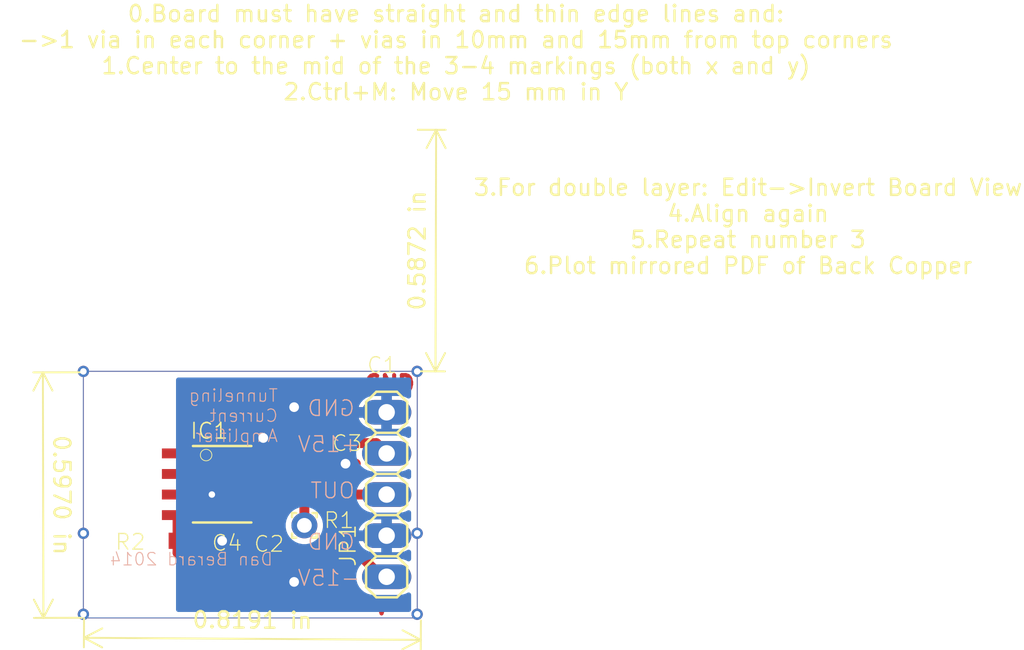
<source format=kicad_pcb>
(kicad_pcb (version 20171130) (host pcbnew "(5.1.5)-3")

  (general
    (thickness 1.6)
    (drawings 23)
    (tracks 53)
    (zones 0)
    (modules 11)
    (nets 7)
  )

  (page A4 portrait)
  (layers
    (0 Top signal)
    (31 Bottom signal)
    (32 B.Adhes user)
    (33 F.Adhes user)
    (34 B.Paste user)
    (35 F.Paste user)
    (36 B.SilkS user)
    (37 F.SilkS user)
    (38 B.Mask user)
    (39 F.Mask user)
    (40 Dwgs.User user)
    (41 Cmts.User user)
    (42 Eco1.User user)
    (43 Eco2.User user)
    (44 Edge.Cuts user)
    (45 Margin user)
    (46 B.CrtYd user)
    (47 F.CrtYd user)
    (48 B.Fab user)
    (49 F.Fab user)
  )

  (setup
    (last_trace_width 0.25)
    (user_trace_width 0.6096)
    (user_trace_width 0.9144)
    (user_trace_width 1.2192)
    (user_trace_width 1.6002)
    (user_trace_width 2.032)
    (trace_clearance 0.2)
    (zone_clearance 0.35)
    (zone_45_only no)
    (trace_min 0.2)
    (via_size 0.8)
    (via_drill 0.4)
    (via_min_size 0.4)
    (via_min_drill 0.3)
    (user_via 0.7 0.4)
    (user_via 1 0.6)
    (user_via 2 0.7)
    (uvia_size 0.3)
    (uvia_drill 0.1)
    (uvias_allowed no)
    (uvia_min_size 0.2)
    (uvia_min_drill 0.1)
    (edge_width 0.05)
    (segment_width 0.2)
    (pcb_text_width 0.3)
    (pcb_text_size 1.5 1.5)
    (mod_edge_width 0.12)
    (mod_text_size 1 1)
    (mod_text_width 0.15)
    (pad_size 1.524 1.524)
    (pad_drill 0.762)
    (pad_to_mask_clearance 0.051)
    (solder_mask_min_width 0.25)
    (aux_axis_origin 0 0)
    (visible_elements 7FFFFFFF)
    (pcbplotparams
      (layerselection 0x00080_7ffffffe)
      (usegerberextensions false)
      (usegerberattributes false)
      (usegerberadvancedattributes false)
      (creategerberjobfile false)
      (excludeedgelayer true)
      (linewidth 0.100000)
      (plotframeref false)
      (viasonmask true)
      (mode 1)
      (useauxorigin false)
      (hpglpennumber 1)
      (hpglpenspeed 20)
      (hpglpendiameter 15.000000)
      (psnegative false)
      (psa4output false)
      (plotreference true)
      (plotvalue true)
      (plotinvisibletext false)
      (padsonsilk false)
      (subtractmaskfromsilk false)
      (outputformat 4)
      (mirror false)
      (drillshape 0)
      (scaleselection 1)
      (outputdirectory "out/"))
  )

  (net 0 "")
  (net 1 +9V)
  (net 2 -9V)
  (net 3 GND)
  (net 4 "Net-(JP1-Pad3)")
  (net 5 "Net-(IC1-Pad6)")
  (net 6 "Net-(IC1-Pad2)")

  (net_class Default "Esta é a classe de rede padrão."
    (clearance 0.2)
    (trace_width 0.25)
    (via_dia 0.8)
    (via_drill 0.4)
    (uvia_dia 0.3)
    (uvia_drill 0.1)
    (add_net +9V)
    (add_net -9V)
    (add_net GND)
    (add_net "Net-(IC1-Pad2)")
    (add_net "Net-(IC1-Pad6)")
    (add_net "Net-(JP1-Pad3)")
  )

  (module "" (layer Top) (tedit 0) (tstamp 5E91E234)
    (at 141.92748 34.60888)
    (fp_text reference @HOLE0 (at 0 0) (layer F.SilkS) hide
      (effects (font (size 1.27 1.27) (thickness 0.15)))
    )
    (fp_text value "" (at 0 0) (layer F.SilkS)
      (effects (font (size 1.27 1.27) (thickness 0.15)))
    )
    (pad "" np_thru_hole circle (at 0 0) (size 2.1082 2.1082) (drill 2.1082) (layers *.Cu *.Mask))
  )

  (module "" (layer Top) (tedit 0) (tstamp 5E91E285)
    (at 143.51498 40.32388)
    (fp_text reference @HOLE1 (at 0 0) (layer F.SilkS) hide
      (effects (font (size 1.27 1.27) (thickness 0.15)))
    )
    (fp_text value "" (at 0 0) (layer F.SilkS)
      (effects (font (size 1.27 1.27) (thickness 0.15)))
    )
    (pad "" np_thru_hole circle (at 0 0) (size 2.2606 2.2606) (drill 2.2606) (layers *.Cu *.Mask))
  )

  (module "" (layer Top) (tedit 0) (tstamp 5E91E1BF)
    (at 143.51498 28.89388)
    (fp_text reference @HOLE2 (at 0 0) (layer F.SilkS) hide
      (effects (font (size 1.27 1.27) (thickness 0.15)))
    )
    (fp_text value "" (at 0 0) (layer F.SilkS)
      (effects (font (size 1.27 1.27) (thickness 0.15)))
    )
    (pad "" np_thru_hole circle (at 0 0) (size 2.2606 2.2606) (drill 2.2606) (layers *.Cu *.Mask))
  )

  (module tunnelAmp:C_6032-28W (layer Top) (tedit 0) (tstamp 5E91E2C3)
    (at 151.76998 29.21138 180)
    (descr "<b>Chip Capacitor Type KEMET C / EIA 6032-28 Wafe solder</b><p>\nKEMET U / EIA 6032-15")
    (path /5D5D4D2F)
    (fp_text reference C1 (at -5.08 2.032) (layer F.SilkS)
      (effects (font (size 0.9652 0.9652) (thickness 0.077216)) (justify left bottom))
    )
    (fp_text value 4.7uF (at -3 3.05 180) (layer F.Fab) hide
      (effects (font (size 1.2065 1.2065) (thickness 0.1016)) (justify right top))
    )
    (fp_poly (pts (xy 1.95 1.575) (xy 2.45 1.575) (xy 2.45 -1.575) (xy 1.95 -1.575)) (layer F.Fab) (width 0))
    (fp_poly (pts (xy 2.85 1.1) (xy 3 1.1) (xy 3 -1.1) (xy 2.85 -1.1)) (layer F.Fab) (width 0))
    (fp_poly (pts (xy -3 1.1) (xy -2.85 1.1) (xy -2.85 -1.1) (xy -3 -1.1)) (layer F.Fab) (width 0))
    (fp_line (start -2.8 1.55) (end -2.8 -1.55) (layer F.Fab) (width 0.1016))
    (fp_line (start 2.8 1.55) (end -2.8 1.55) (layer F.Fab) (width 0.1016))
    (fp_line (start 2.8 -1.55) (end 2.8 1.55) (layer F.Fab) (width 0.1016))
    (fp_line (start -2.8 -1.55) (end 2.8 -1.55) (layer F.Fab) (width 0.1016))
    (pad - smd rect (at -2.625 0 180) (size 2.75 1.8) (layers Top F.Paste F.Mask)
      (net 3 GND) (solder_mask_margin 0.1016))
    (pad + smd rect (at 2.625 0 180) (size 2.75 1.8) (layers Top F.Paste F.Mask)
      (net 1 +9V) (solder_mask_margin 0.1016))
  )

  (module tunnelAmp:C_6032-28W (layer Top) (tedit 0) (tstamp 5E91E29F)
    (at 151.76998 40.00638 180)
    (descr "<b>Chip Capacitor Type KEMET C / EIA 6032-28 Wafe solder</b><p>\nKEMET U / EIA 6032-15")
    (path /39D9FF9F)
    (fp_text reference C2 (at 1.905 1.778) (layer F.SilkS)
      (effects (font (size 0.9652 0.9652) (thickness 0.077216)) (justify left bottom))
    )
    (fp_text value 4.7uF (at -3 3.05 180) (layer F.Fab) hide
      (effects (font (size 1.2065 1.2065) (thickness 0.1016)) (justify right top))
    )
    (fp_poly (pts (xy 1.95 1.575) (xy 2.45 1.575) (xy 2.45 -1.575) (xy 1.95 -1.575)) (layer F.Fab) (width 0))
    (fp_poly (pts (xy 2.85 1.1) (xy 3 1.1) (xy 3 -1.1) (xy 2.85 -1.1)) (layer F.Fab) (width 0))
    (fp_poly (pts (xy -3 1.1) (xy -2.85 1.1) (xy -2.85 -1.1) (xy -3 -1.1)) (layer F.Fab) (width 0))
    (fp_line (start -2.8 1.55) (end -2.8 -1.55) (layer F.Fab) (width 0.1016))
    (fp_line (start 2.8 1.55) (end -2.8 1.55) (layer F.Fab) (width 0.1016))
    (fp_line (start 2.8 -1.55) (end 2.8 1.55) (layer F.Fab) (width 0.1016))
    (fp_line (start -2.8 -1.55) (end 2.8 -1.55) (layer F.Fab) (width 0.1016))
    (pad - smd rect (at -2.625 0 180) (size 2.75 1.8) (layers Top F.Paste F.Mask)
      (net 3 GND) (solder_mask_margin 0.1016))
    (pad + smd rect (at 2.625 0 180) (size 2.75 1.8) (layers Top F.Paste F.Mask)
      (net 2 -9V) (solder_mask_margin 0.1016))
  )

  (module tunnelAmp:C0603 (layer Top) (tedit 0) (tstamp 5E91E0F4)
    (at 153.67498 32.70388)
    (descr "<b>CAPACITOR</b><p>\nchip")
    (path /88676885)
    (fp_text reference C3 (at 1.016 -0.6985) (layer F.SilkS)
      (effects (font (size 0.9652 0.9652) (thickness 0.077216)) (justify left bottom))
    )
    (fp_text value 0.1uF (at -0.889 2.032) (layer F.Fab) hide
      (effects (font (size 1.2065 1.2065) (thickness 0.1016)) (justify left bottom))
    )
    (fp_poly (pts (xy -0.1999 0.3) (xy 0.1999 0.3) (xy 0.1999 -0.3) (xy -0.1999 -0.3)) (layer F.Adhes) (width 0))
    (fp_poly (pts (xy 0.3302 0.4699) (xy 0.8303 0.4699) (xy 0.8303 -0.4801) (xy 0.3302 -0.4801)) (layer F.Fab) (width 0))
    (fp_poly (pts (xy -0.8382 0.4699) (xy -0.3381 0.4699) (xy -0.3381 -0.4801) (xy -0.8382 -0.4801)) (layer F.Fab) (width 0))
    (fp_line (start -0.356 0.419) (end 0.356 0.419) (layer F.Fab) (width 0.1016))
    (fp_line (start -0.356 -0.432) (end 0.356 -0.432) (layer F.Fab) (width 0.1016))
    (fp_line (start -1.473 0.983) (end -1.473 -0.983) (layer Dwgs.User) (width 0.0508))
    (fp_line (start 1.473 0.983) (end -1.473 0.983) (layer Dwgs.User) (width 0.0508))
    (fp_line (start 1.473 -0.983) (end 1.473 0.983) (layer Dwgs.User) (width 0.0508))
    (fp_line (start -1.473 -0.983) (end 1.473 -0.983) (layer Dwgs.User) (width 0.0508))
    (pad 2 smd rect (at 0.85 0) (size 1.1 1) (layers Top F.Paste F.Mask)
      (net 3 GND) (solder_mask_margin 0.1016))
    (pad 1 smd rect (at -0.85 0) (size 1.1 1) (layers Top F.Paste F.Mask)
      (net 1 +9V) (solder_mask_margin 0.1016))
  )

  (module tunnelAmp:C0603 (layer Top) (tedit 0) (tstamp 5E91E25F)
    (at 146.05498 37.46638)
    (descr "<b>CAPACITOR</b><p>\nchip")
    (path /03F6E73E)
    (fp_text reference C4 (at 1.2065 0.6985) (layer F.SilkS)
      (effects (font (size 0.9652 0.9652) (thickness 0.077216)) (justify left bottom))
    )
    (fp_text value 0.1uF (at -0.889 2.032) (layer F.Fab) hide
      (effects (font (size 1.2065 1.2065) (thickness 0.1016)) (justify left bottom))
    )
    (fp_poly (pts (xy -0.1999 0.3) (xy 0.1999 0.3) (xy 0.1999 -0.3) (xy -0.1999 -0.3)) (layer F.Adhes) (width 0))
    (fp_poly (pts (xy 0.3302 0.4699) (xy 0.8303 0.4699) (xy 0.8303 -0.4801) (xy 0.3302 -0.4801)) (layer F.Fab) (width 0))
    (fp_poly (pts (xy -0.8382 0.4699) (xy -0.3381 0.4699) (xy -0.3381 -0.4801) (xy -0.8382 -0.4801)) (layer F.Fab) (width 0))
    (fp_line (start -0.356 0.419) (end 0.356 0.419) (layer F.Fab) (width 0.1016))
    (fp_line (start -0.356 -0.432) (end 0.356 -0.432) (layer F.Fab) (width 0.1016))
    (fp_line (start -1.473 0.983) (end -1.473 -0.983) (layer Dwgs.User) (width 0.0508))
    (fp_line (start 1.473 0.983) (end -1.473 0.983) (layer Dwgs.User) (width 0.0508))
    (fp_line (start 1.473 -0.983) (end 1.473 0.983) (layer Dwgs.User) (width 0.0508))
    (fp_line (start -1.473 -0.983) (end 1.473 -0.983) (layer Dwgs.User) (width 0.0508))
    (pad 2 smd rect (at 0.85 0) (size 1.1 1) (layers Top F.Paste F.Mask)
      (net 3 GND) (solder_mask_margin 0.1016))
    (pad 1 smd rect (at -0.85 0) (size 1.1 1) (layers Top F.Paste F.Mask)
      (net 2 -9V) (solder_mask_margin 0.1016))
  )

  (module tunnelAmp:R0603 (layer Top) (tedit 0) (tstamp 5E91E073)
    (at 153.67498 34.60888)
    (descr "<b>RESISTOR</b><p>\nchip")
    (path /A4A47D12)
    (fp_text reference R1 (at 0.508 2.159) (layer F.SilkS)
      (effects (font (size 0.9652 0.9652) (thickness 0.077216)) (justify left bottom))
    )
    (fp_text value 220 (at -0.889 2.032) (layer F.Fab) hide
      (effects (font (size 1.2065 1.2065) (thickness 0.1016)) (justify left bottom))
    )
    (fp_poly (pts (xy -0.1999 0.4001) (xy 0.1999 0.4001) (xy 0.1999 -0.4001) (xy -0.1999 -0.4001)) (layer F.Adhes) (width 0))
    (fp_poly (pts (xy -0.8382 0.4318) (xy -0.4318 0.4318) (xy -0.4318 -0.4318) (xy -0.8382 -0.4318)) (layer F.Fab) (width 0))
    (fp_poly (pts (xy 0.4318 0.4318) (xy 0.8382 0.4318) (xy 0.8382 -0.4318) (xy 0.4318 -0.4318)) (layer F.Fab) (width 0))
    (fp_line (start -1.473 0.983) (end -1.473 -0.983) (layer Dwgs.User) (width 0.0508))
    (fp_line (start 1.473 0.983) (end -1.473 0.983) (layer Dwgs.User) (width 0.0508))
    (fp_line (start 1.473 -0.983) (end 1.473 0.983) (layer Dwgs.User) (width 0.0508))
    (fp_line (start -1.473 -0.983) (end 1.473 -0.983) (layer Dwgs.User) (width 0.0508))
    (fp_line (start 0.432 -0.356) (end -0.432 -0.356) (layer F.Fab) (width 0.1524))
    (fp_line (start -0.432 0.356) (end 0.432 0.356) (layer F.Fab) (width 0.1524))
    (pad 2 smd rect (at 0.85 0) (size 1 1.1) (layers Top F.Paste F.Mask)
      (net 4 "Net-(JP1-Pad3)") (solder_mask_margin 0.1016))
    (pad 1 smd rect (at -0.85 0) (size 1 1.1) (layers Top F.Paste F.Mask)
      (net 5 "Net-(IC1-Pad6)") (solder_mask_margin 0.1016))
  )

  (module tunnelAmp:SO08 (layer Top) (tedit 0) (tstamp 5E91E0B6)
    (at 147.95998 33.97388 270)
    (descr "<b>Small Outline Package</b>")
    (path /22F7723E)
    (fp_text reference IC1 (at -2.7305 2.032) (layer F.SilkS)
      (effects (font (size 0.9652 0.9652) (thickness 0.09652)) (justify left bottom))
    )
    (fp_text value OPA124U (at 4.0005 2.032) (layer F.Fab) hide
      (effects (font (size 1.2065 1.2065) (thickness 0.127)) (justify left bottom))
    )
    (fp_poly (pts (xy 1.7272 -1.8542) (xy 2.0828 -1.8542) (xy 2.0828 -2.8702) (xy 1.7272 -2.8702)) (layer F.Fab) (width 0))
    (fp_poly (pts (xy 0.4572 -1.8542) (xy 0.8128 -1.8542) (xy 0.8128 -2.8702) (xy 0.4572 -2.8702)) (layer F.Fab) (width 0))
    (fp_poly (pts (xy -0.8128 -1.8542) (xy -0.4572 -1.8542) (xy -0.4572 -2.8702) (xy -0.8128 -2.8702)) (layer F.Fab) (width 0))
    (fp_poly (pts (xy -2.0828 -1.8542) (xy -1.7272 -1.8542) (xy -1.7272 -2.8702) (xy -2.0828 -2.8702)) (layer F.Fab) (width 0))
    (fp_poly (pts (xy 1.7272 2.8702) (xy 2.0828 2.8702) (xy 2.0828 1.8542) (xy 1.7272 1.8542)) (layer F.Fab) (width 0))
    (fp_poly (pts (xy 0.4572 2.8702) (xy 0.8128 2.8702) (xy 0.8128 1.8542) (xy 0.4572 1.8542)) (layer F.Fab) (width 0))
    (fp_poly (pts (xy -0.8128 2.8702) (xy -0.4572 2.8702) (xy -0.4572 1.8542) (xy -0.8128 1.8542)) (layer F.Fab) (width 0))
    (fp_poly (pts (xy -2.0828 2.8702) (xy -1.7272 2.8702) (xy -1.7272 1.8542) (xy -2.0828 1.8542)) (layer F.Fab) (width 0))
    (fp_circle (center -1.8034 0.9906) (end -1.4478 0.9906) (layer F.SilkS) (width 0.0508))
    (fp_line (start -2.362 -1.803) (end -2.362 1.803) (layer F.SilkS) (width 0.1524))
    (fp_line (start 2.362 -1.803) (end -2.362 -1.803) (layer F.Fab) (width 0.1524))
    (fp_line (start 2.362 1.803) (end 2.362 -1.803) (layer F.SilkS) (width 0.1524))
    (fp_line (start -2.362 1.803) (end 2.362 1.803) (layer F.Fab) (width 0.1524))
    (pad 5 smd rect (at 1.905 -2.6162 270) (size 0.6096 2.2098) (layers Top F.Paste F.Mask)
      (solder_mask_margin 0.1016))
    (pad 4 smd rect (at 1.905 2.6162 270) (size 0.6096 2.2098) (layers Top F.Paste F.Mask)
      (net 2 -9V) (solder_mask_margin 0.1016))
    (pad 6 smd rect (at 0.635 -2.6162 270) (size 0.6096 2.2098) (layers Top F.Paste F.Mask)
      (net 5 "Net-(IC1-Pad6)") (solder_mask_margin 0.1016))
    (pad 7 smd rect (at -0.635 -2.6162 270) (size 0.6096 2.2098) (layers Top F.Paste F.Mask)
      (net 1 +9V) (solder_mask_margin 0.1016))
    (pad 3 smd rect (at 0.635 2.6162 270) (size 0.6096 2.2098) (layers Top F.Paste F.Mask)
      (net 3 GND) (solder_mask_margin 0.1016))
    (pad 2 smd rect (at -0.635 2.6162 270) (size 0.6096 2.2098) (layers Top F.Paste F.Mask)
      (net 6 "Net-(IC1-Pad2)") (solder_mask_margin 0.1016))
    (pad 8 smd rect (at -1.905 -2.6162 270) (size 0.6096 2.2098) (layers Top F.Paste F.Mask)
      (net 3 GND) (solder_mask_margin 0.1016))
    (pad 1 smd rect (at -1.905 2.6162 270) (size 0.6096 2.2098) (layers Top F.Paste F.Mask)
      (solder_mask_margin 0.1016))
  )

  (module tunnelAmp:1X05 (layer Top) (tedit 0) (tstamp 5E91E159)
    (at 158.11998 34.60888 270)
    (descr "<b>PIN HEADER</b>")
    (path /0B60073D)
    (fp_text reference JP1 (at 4.5212 1.8288 90) (layer F.SilkS)
      (effects (font (size 0.9652 0.9652) (thickness 0.09652)) (justify left bottom))
    )
    (fp_text value PINHD-1X5 (at -6.35 3.175 90) (layer F.Fab)
      (effects (font (size 1.2065 1.2065) (thickness 0.09652)) (justify left bottom))
    )
    (fp_poly (pts (xy 4.826 0.254) (xy 5.334 0.254) (xy 5.334 -0.254) (xy 4.826 -0.254)) (layer F.Fab) (width 0))
    (fp_poly (pts (xy -5.334 0.254) (xy -4.826 0.254) (xy -4.826 -0.254) (xy -5.334 -0.254)) (layer F.Fab) (width 0))
    (fp_poly (pts (xy -2.794 0.254) (xy -2.286 0.254) (xy -2.286 -0.254) (xy -2.794 -0.254)) (layer F.Fab) (width 0))
    (fp_poly (pts (xy -0.254 0.254) (xy 0.254 0.254) (xy 0.254 -0.254) (xy -0.254 -0.254)) (layer F.Fab) (width 0))
    (fp_poly (pts (xy 2.286 0.254) (xy 2.794 0.254) (xy 2.794 -0.254) (xy 2.286 -0.254)) (layer F.Fab) (width 0))
    (fp_line (start 5.715 1.27) (end 4.445 1.27) (layer F.SilkS) (width 0.1524))
    (fp_line (start 3.81 0.635) (end 4.445 1.27) (layer F.SilkS) (width 0.1524))
    (fp_line (start 4.445 -1.27) (end 3.81 -0.635) (layer F.SilkS) (width 0.1524))
    (fp_line (start 6.35 0.635) (end 5.715 1.27) (layer F.SilkS) (width 0.1524))
    (fp_line (start 6.35 -0.635) (end 6.35 0.635) (layer F.SilkS) (width 0.1524))
    (fp_line (start 5.715 -1.27) (end 6.35 -0.635) (layer F.SilkS) (width 0.1524))
    (fp_line (start 4.445 -1.27) (end 5.715 -1.27) (layer F.SilkS) (width 0.1524))
    (fp_line (start -4.445 1.27) (end -5.715 1.27) (layer F.SilkS) (width 0.1524))
    (fp_line (start -6.35 0.635) (end -5.715 1.27) (layer F.SilkS) (width 0.1524))
    (fp_line (start -5.715 -1.27) (end -6.35 -0.635) (layer F.SilkS) (width 0.1524))
    (fp_line (start -6.35 -0.635) (end -6.35 0.635) (layer F.SilkS) (width 0.1524))
    (fp_line (start -3.175 1.27) (end -3.81 0.635) (layer F.SilkS) (width 0.1524))
    (fp_line (start -1.905 1.27) (end -3.175 1.27) (layer F.SilkS) (width 0.1524))
    (fp_line (start -1.27 0.635) (end -1.905 1.27) (layer F.SilkS) (width 0.1524))
    (fp_line (start -1.27 -0.635) (end -1.27 0.635) (layer F.SilkS) (width 0.1524))
    (fp_line (start -1.905 -1.27) (end -1.27 -0.635) (layer F.SilkS) (width 0.1524))
    (fp_line (start -3.175 -1.27) (end -1.905 -1.27) (layer F.SilkS) (width 0.1524))
    (fp_line (start -3.81 -0.635) (end -3.175 -1.27) (layer F.SilkS) (width 0.1524))
    (fp_line (start -3.81 0.635) (end -4.445 1.27) (layer F.SilkS) (width 0.1524))
    (fp_line (start -3.81 -0.635) (end -3.81 0.635) (layer F.SilkS) (width 0.1524))
    (fp_line (start -4.445 -1.27) (end -3.81 -0.635) (layer F.SilkS) (width 0.1524))
    (fp_line (start -5.715 -1.27) (end -4.445 -1.27) (layer F.SilkS) (width 0.1524))
    (fp_line (start 3.175 1.27) (end 1.905 1.27) (layer F.SilkS) (width 0.1524))
    (fp_line (start 1.27 0.635) (end 1.905 1.27) (layer F.SilkS) (width 0.1524))
    (fp_line (start 1.905 -1.27) (end 1.27 -0.635) (layer F.SilkS) (width 0.1524))
    (fp_line (start -0.635 1.27) (end -1.27 0.635) (layer F.SilkS) (width 0.1524))
    (fp_line (start 0.635 1.27) (end -0.635 1.27) (layer F.SilkS) (width 0.1524))
    (fp_line (start 1.27 0.635) (end 0.635 1.27) (layer F.SilkS) (width 0.1524))
    (fp_line (start 1.27 -0.635) (end 1.27 0.635) (layer F.SilkS) (width 0.1524))
    (fp_line (start 0.635 -1.27) (end 1.27 -0.635) (layer F.SilkS) (width 0.1524))
    (fp_line (start -0.635 -1.27) (end 0.635 -1.27) (layer F.SilkS) (width 0.1524))
    (fp_line (start -1.27 -0.635) (end -0.635 -1.27) (layer F.SilkS) (width 0.1524))
    (fp_line (start 3.81 0.635) (end 3.175 1.27) (layer F.SilkS) (width 0.1524))
    (fp_line (start 3.81 -0.635) (end 3.81 0.635) (layer F.SilkS) (width 0.1524))
    (fp_line (start 3.175 -1.27) (end 3.81 -0.635) (layer F.SilkS) (width 0.1524))
    (fp_line (start 1.905 -1.27) (end 3.175 -1.27) (layer F.SilkS) (width 0.1524))
    (pad 5 thru_hole oval (at 5.08 0) (size 3.048 1.524) (drill 1.016) (layers *.Cu *.Mask)
      (net 2 -9V) (solder_mask_margin 0.1016))
    (pad 4 thru_hole oval (at 2.54 0) (size 3.048 1.524) (drill 1.016) (layers *.Cu *.Mask)
      (net 3 GND) (solder_mask_margin 0.1016))
    (pad 3 thru_hole oval (at 0 0) (size 3.048 1.524) (drill 1.016) (layers *.Cu *.Mask)
      (net 4 "Net-(JP1-Pad3)") (solder_mask_margin 0.1016))
    (pad 2 thru_hole oval (at -2.54 0) (size 3.048 1.524) (drill 1.016) (layers *.Cu *.Mask)
      (net 1 +9V) (solder_mask_margin 0.1016))
    (pad 1 thru_hole oval (at -5.08 0) (size 3.048 1.524) (drill 1.016) (layers *.Cu *.Mask)
      (net 3 GND) (solder_mask_margin 0.1016))
  )

  (module tunnelAmp:1,6_0,9 (layer Top) (tedit 0) (tstamp 5E91E1E3)
    (at 153.03998 36.51388)
    (descr "<b>THROUGH-HOLE PAD</b>")
    (path /BDB91568)
    (fp_text reference PAD1 (at -0.762 -1.016) (layer F.SilkS) hide
      (effects (font (size 1.2065 1.2065) (thickness 0.127)) (justify left bottom))
    )
    (fp_text value 1,6_0,9 (at 0 -0.6) (layer F.Fab)
      (effects (font (size 0.02413 0.02413) (thickness 0.00193)) (justify left bottom))
    )
    (fp_circle (center 0 0) (end 0.635 0) (layer F.Fab) (width 0.1524))
    (fp_line (start 0.762 -0.762) (end 0.508 -0.762) (layer F.SilkS) (width 0.1524))
    (fp_line (start 0.762 -0.508) (end 0.762 -0.762) (layer F.SilkS) (width 0.1524))
    (fp_line (start 0.762 0.762) (end 0.762 0.508) (layer F.SilkS) (width 0.1524))
    (fp_line (start 0.508 0.762) (end 0.762 0.762) (layer F.SilkS) (width 0.1524))
    (fp_line (start -0.762 0.762) (end -0.508 0.762) (layer F.SilkS) (width 0.1524))
    (fp_line (start -0.762 0.508) (end -0.762 0.762) (layer F.SilkS) (width 0.1524))
    (fp_line (start -0.762 -0.762) (end -0.762 -0.508) (layer F.SilkS) (width 0.1524))
    (fp_line (start -0.508 -0.762) (end -0.762 -0.762) (layer F.SilkS) (width 0.1524))
    (pad 1 thru_hole circle (at 0 0) (size 1.6002 1.6002) (drill 0.9144) (layers *.Cu *.Mask)
      (net 5 "Net-(IC1-Pad6)") (solder_mask_margin 0.1016))
  )

  (gr_text "3.For double layer: Edit->Invert Board View\n4.Align again\n5.Repeat number 3\n6.Plot mirrored PDF of Back Copper\n" (at 180.4416 18.0594) (layer F.SilkS) (tstamp 5EA1EA64)
    (effects (font (size 1 1) (thickness 0.15)))
  )
  (gr_line (start 139.38494 26.99634) (end 139.38494 42.22634) (layer Bottom) (width 0.05) (tstamp 5E91F9F0))
  (gr_line (start 160.00994 26.99634) (end 139.38494 26.99634) (layer Bottom) (width 0.05) (tstamp 5E91F9EF))
  (gr_line (start 160.00994 42.22634) (end 160.00994 26.99634) (layer Bottom) (width 0.05) (tstamp 5E91F9EE))
  (gr_line (start 139.38494 42.22634) (end 160.00994 42.22634) (layer Bottom) (width 0.05) (tstamp 5E91F9ED))
  (gr_text "0.Board must have straight and thin edge lines and:\n->1 via in each corner + vias in 10mm and 15mm from top corners\n1.Center to the mid of the 3-4 markings (both x and y)\n2.Ctrl+M: Move 15 mm in Y" (at 162.39998 7.3279) (layer F.SilkS)
    (effects (font (size 1 1) (thickness 0.15)))
  )
  (dimension 14.916148 (width 0.12) (layer F.SilkS)
    (gr_text "15 mm" (at 162.426692 19.544398 89.9) (layer F.SilkS)
      (effects (font (size 1 1) (thickness 0.15)))
    )
    (feature1 (pts (xy 160.00994 26.99634) (xy 161.724115 27.000707)))
    (feature2 (pts (xy 160.04794 12.08024) (xy 161.762115 12.084607)))
    (crossbar (pts (xy 161.175696 12.083113) (xy 161.137696 26.999213)))
    (arrow1a (pts (xy 161.137696 26.999213) (xy 160.554147 25.871219)))
    (arrow1b (pts (xy 161.137696 26.999213) (xy 161.726985 25.874207)))
    (arrow2a (pts (xy 161.175696 12.083113) (xy 160.586407 13.208119)))
    (arrow2b (pts (xy 161.175696 12.083113) (xy 161.759245 13.211107)))
  )
  (dimension 15.164376 (width 0.12) (layer F.SilkS) (tstamp 5E91E043)
    (gr_text "15,164 mm" (at 135.634766 34.647503 -89.87523996) (layer F.SilkS) (tstamp 5E91E043)
      (effects (font (size 1 1) (thickness 0.15)))
    )
    (feature1 (pts (xy 139.27074 27.05738) (xy 136.301833 27.063845)))
    (feature2 (pts (xy 139.30376 42.22172) (xy 136.334853 42.228185)))
    (crossbar (pts (xy 136.921273 42.226908) (xy 136.888253 27.062568)))
    (arrow1a (pts (xy 136.888253 27.062568) (xy 137.477125 28.187792)))
    (arrow1b (pts (xy 136.888253 27.062568) (xy 136.304287 28.190346)))
    (arrow2a (pts (xy 136.921273 42.226908) (xy 137.505239 41.09913)))
    (arrow2b (pts (xy 136.921273 42.226908) (xy 136.332401 41.101684)))
  )
  (dimension 20.805543 (width 0.12) (layer F.SilkS) (tstamp 5E91E037)
    (gr_text "20,806 mm" (at 149.817939 44.791422 -0.3567387371) (layer F.SilkS) (tstamp 5EAB259B)
      (effects (font (size 1 1) (thickness 0.15)))
    )
    (feature1 (pts (xy 139.43076 42.25474) (xy 139.419625 44.043086)))
    (feature2 (pts (xy 160.2359 42.38428) (xy 160.224765 44.172626)))
    (crossbar (pts (xy 160.228416 43.586217) (xy 139.423276 43.456677)))
    (arrow1a (pts (xy 139.423276 43.456677) (xy 140.553409 42.877281)))
    (arrow1b (pts (xy 139.423276 43.456677) (xy 140.546107 44.0501)))
    (arrow2a (pts (xy 160.228416 43.586217) (xy 159.105585 42.992794)))
    (arrow2b (pts (xy 160.228416 43.586217) (xy 159.098283 44.165613)))
  )
  (gr_text GND (at 158.29788 27.78128) (layer Top) (tstamp 5E91E204)
    (effects (font (size 1 1) (thickness 0.25)))
  )
  (gr_text V- (at 158.42488 41.49728) (layer Top) (tstamp 5E91E111)
    (effects (font (size 1 1) (thickness 0.25)))
  )
  (gr_line (start 139.38748 42.22888) (end 160.01248 42.22888) (layer Top) (width 0.05) (tstamp 5E91E2DC))
  (gr_line (start 160.01248 26.99888) (end 139.38748 26.99888) (layer Top) (width 0.05) (tstamp 5E91E11A))
  (gr_line (start 139.38748 26.99888) (end 139.38748 42.22888) (layer Top) (width 0.05) (tstamp 5E91E117))
  (gr_line (start 160.01248 42.22888) (end 160.01248 26.99888) (layer Top) (width 0.05) (tstamp 5E91E240))
  (gr_text "Tunneling\nCurrent\nAmplifier" (at 151.45248 31.43388) (layer B.SilkS) (tstamp 5E91E123)
    (effects (font (size 0.77216 0.77216) (thickness 0.065024)) (justify left bottom mirror))
  )
  (gr_text "Dan Berard 2014" (at 151.13498 39.05388) (layer B.SilkS) (tstamp 5E91E1FE)
    (effects (font (size 0.77216 0.77216) (thickness 0.065024)) (justify left bottom mirror))
  )
  (gr_text R2 (at 141.29248 38.10138) (layer F.SilkS) (tstamp 5E91E291)
    (effects (font (size 0.9652 0.9652) (thickness 0.08128)) (justify left bottom))
  )
  (gr_text GND (at 156.21498 29.84638) (layer B.SilkS) (tstamp 5E91E05D)
    (effects (font (size 0.9652 0.9652) (thickness 0.08128)) (justify left bottom mirror))
  )
  (gr_text +15V (at 156.53248 32.06888) (layer B.SilkS) (tstamp 5E91E099)
    (effects (font (size 0.9652 0.9652) (thickness 0.08128)) (justify left bottom mirror))
  )
  (gr_text OUT (at 156.21498 34.92638) (layer B.SilkS) (tstamp 5E91E1CB)
    (effects (font (size 0.9652 0.9652) (thickness 0.08128)) (justify left bottom mirror))
  )
  (gr_text GND (at 156.21498 38.10138) (layer B.SilkS) (tstamp 5E91E09C)
    (effects (font (size 0.9652 0.9652) (thickness 0.08128)) (justify left bottom mirror))
  )
  (gr_text -15V (at 156.53248 40.32388) (layer B.SilkS) (tstamp 5E91E201)
    (effects (font (size 0.9652 0.9652) (thickness 0.08128)) (justify left bottom mirror))
  )

  (via (at 139.39012 27.00458) (size 0.7) (drill 0.4) (layers Top Bottom) (net 0))
  (via (at 160.00476 27.00204) (size 0.7) (drill 0.4) (layers Top Bottom) (net 0))
  (via (at 160.00476 37.00204) (size 0.7) (drill 0.4) (layers Top Bottom) (net 0) (tstamp 5EAB294C))
  (via (at 160.00476 42.00204) (size 0.7) (drill 0.4) (layers Top Bottom) (net 0) (tstamp 5EAB294C))
  (via (at 139.39012 42.00458) (size 0.7) (drill 0.4) (layers Top Bottom) (net 0) (tstamp 5EAB2954))
  (via (at 139.39012 37.00458) (size 0.7) (drill 0.4) (layers Top Bottom) (net 0) (tstamp 5EAB2954))
  (segment (start 149.14498 29.21138) (end 148.59498 29.76138) (width 0.6096) (layer Top) (net 1) (tstamp 5E91E126))
  (segment (start 148.59498 29.76138) (end 148.59498 32.70388) (width 0.6096) (layer Top) (net 1) (tstamp 5E91E27C))
  (segment (start 148.59498 32.70388) (end 149.22998 33.33888) (width 0.6096) (layer Top) (net 1) (tstamp 5E91E210))
  (segment (start 149.22998 33.33888) (end 150.57618 33.33888) (width 0.6096) (layer Top) (net 1) (tstamp 5E91E093))
  (segment (start 158.11998 32.06888) (end 157.48498 31.43388) (width 0.6096) (layer Top) (net 1) (tstamp 5E91E11D))
  (segment (start 157.48498 31.43388) (end 152.72248 31.43388) (width 0.6096) (layer Top) (net 1) (tstamp 5E91E051))
  (segment (start 152.72248 31.43388) (end 150.49998 29.21138) (width 0.6096) (layer Top) (net 1) (tstamp 5E91E222))
  (segment (start 150.49998 29.21138) (end 149.14498 29.21138) (width 0.6096) (layer Top) (net 1) (tstamp 5E91E219))
  (segment (start 152.82498 32.70388) (end 152.18998 33.33888) (width 0.6096) (layer Top) (net 1) (tstamp 5E91E207))
  (segment (start 152.18998 33.33888) (end 150.57618 33.33888) (width 0.6096) (layer Top) (net 1) (tstamp 5E91E04B))
  (segment (start 145.34378 35.87888) (end 145.20498 35.87888) (width 0.4064) (layer Top) (net 2) (tstamp 5E91E21F))
  (segment (start 145.20498 35.87888) (end 145.20498 37.46638) (width 0.6096) (layer Top) (net 2) (tstamp 5E91E213))
  (segment (start 156.21498 38.10138) (end 150.81748 38.10138) (width 0.6096) (layer Top) (net 2) (tstamp 5E91E054))
  (segment (start 150.81748 38.10138) (end 149.22998 39.68888) (width 0.6096) (layer Top) (net 2) (tstamp 5E91E05A))
  (segment (start 149.22998 39.68888) (end 149.14498 40.00638) (width 0.6096) (layer Top) (net 2) (tstamp 5E91E24C))
  (segment (start 156.21498 38.10138) (end 157.80248 39.68888) (width 0.6096) (layer Top) (net 2) (tstamp 5E91E048))
  (segment (start 157.80248 39.68888) (end 158.11998 39.68888) (width 0.6096) (layer Top) (net 2) (tstamp 5E91E28E))
  (segment (start 149.14498 40.00638) (end 147.87498 38.73638) (width 0.6096) (layer Top) (net 2) (tstamp 5E91E057))
  (segment (start 147.87498 38.73638) (end 145.73748 38.73638) (width 0.6096) (layer Top) (net 2) (tstamp 5E91E20A))
  (segment (start 145.73748 38.73638) (end 145.20498 38.20388) (width 0.6096) (layer Top) (net 2) (tstamp 5E91E060))
  (segment (start 145.20498 38.20388) (end 145.20498 37.46638) (width 0.6096) (layer Top) (net 2) (tstamp 5E91E063))
  (segment (start 146.90498 37.46638) (end 147.95998 37.46638) (width 0.6096) (layer Top) (net 3) (tstamp 5E91E243))
  (via (at 147.95998 37.46638) (size 1.0064) (drill 0.6) (layers Top Bottom) (net 3) (tstamp 5E91E27F))
  (segment (start 147.95998 37.46638) (end 147.95998 36.83138) (width 0.6096) (layer Top) (net 3) (tstamp 5E91E04E))
  (segment (start 154.52498 32.70388) (end 155.57998 32.70388) (width 0.6096) (layer Top) (net 3) (tstamp 5E91E21C))
  (via (at 155.57998 32.70388) (size 1.0064) (drill 0.6) (layers Top Bottom) (net 3) (tstamp 5E91E1CE))
  (segment (start 155.57998 32.70388) (end 156.21498 32.70388) (width 0.6096) (layer Top) (net 3) (tstamp 5E91E2DF))
  (segment (start 145.34378 34.60888) (end 147.32498 34.60888) (width 0.6096) (layer Top) (net 3) (tstamp 5E91E225))
  (segment (start 147.95998 34.60888) (end 147.32498 34.60888) (width 0.6096) (layer Top) (net 3) (tstamp 5E91E20D))
  (segment (start 154.39498 40.00638) (end 152.40498 40.00638) (width 0.6096) (layer Top) (net 3) (tstamp 5E91E246))
  (via (at 152.40498 40.00638) (size 1.0064) (drill 0.6) (layers Top Bottom) (net 3) (tstamp 5E91E22E))
  (segment (start 152.40498 40.00638) (end 152.40498 39.05388) (width 0.6096) (layer Top) (net 3) (tstamp 5E91E216))
  (segment (start 154.39498 29.21138) (end 152.40498 29.21138) (width 0.6096) (layer Top) (net 3) (tstamp 5E91E1D1))
  (via (at 152.40498 29.21138) (size 1.0064) (drill 0.6) (layers Top Bottom) (net 3) (tstamp 5E91E22B))
  (segment (start 152.40498 29.21138) (end 152.40498 30.16388) (width 0.6096) (layer Top) (net 3) (tstamp 5E91E1C8))
  (segment (start 150.57618 32.06888) (end 150.49998 31.99268) (width 0.6096) (layer Top) (net 3) (tstamp 5E91E096))
  (segment (start 150.49998 31.99268) (end 150.49998 31.11638) (width 0.6096) (layer Top) (net 3) (tstamp 5E91E114))
  (via (at 150.49998 31.11638) (size 1.0064) (drill 0.6) (layers Top Bottom) (net 3) (tstamp 5E91E228))
  (segment (start 150.49998 31.11638) (end 150.18248 31.43388) (width 0.6096) (layer Top) (net 3) (tstamp 5E91E1D4))
  (segment (start 154.39498 29.21138) (end 154.71248 29.52888) (width 0.6096) (layer Top) (net 3) (tstamp 5E91E24F))
  (segment (start 154.71248 29.52888) (end 158.43748 29.52888) (width 0.6096) (layer Top) (net 3) (tstamp 5E91E2E5))
  (segment (start 147.32498 34.60888) (end 147.32498 34.60888) (width 0.6096) (layer Top) (net 3) (tstamp 5E91E03F))
  (via (at 147.32498 34.60888) (size 0.8) (drill 0.4) (layers Top Bottom) (net 3) (tstamp 5E91E03C))
  (segment (start 154.52498 34.60888) (end 158.11998 34.60888) (width 0.6096) (layer Top) (net 4) (tstamp 5E91E2E2))
  (segment (start 152.82498 34.60888) (end 153.03998 34.82388) (width 0.6096) (layer Top) (net 5) (tstamp 5E91E249))
  (segment (start 153.03998 34.82388) (end 153.03998 36.51388) (width 0.6096) (layer Top) (net 5) (tstamp 5E91E120))
  (segment (start 152.82498 34.60888) (end 150.57618 34.60888) (width 0.6096) (layer Top) (net 5) (tstamp 5E91E23D))

  (zone (net 3) (net_name GND) (layer Bottom) (tstamp 5E922A7E) (hatch edge 0.508)
    (priority 6)
    (connect_pads (clearance 0.35))
    (min_thickness 0.3048)
    (fill yes (arc_segments 32) (thermal_gap 0.25) (thermal_bridge_width 0.6596))
    (polygon
      (pts
        (xy 160.3247 42.54162) (xy 145.1101 42.54162) (xy 145.1101 26.69202) (xy 160.3247 26.69202)
      )
    )
    (filled_polygon
      (pts
        (xy 159.480001 28.525889) (xy 159.278054 28.429403) (xy 159.0543 28.37242) (xy 158.2923 28.37242) (xy 158.2923 29.35942)
        (xy 158.3123 29.35942) (xy 158.3123 29.71422) (xy 158.2923 29.71422) (xy 158.2923 30.70122) (xy 159.0543 30.70122)
        (xy 159.278054 30.644237) (xy 159.480001 30.547751) (xy 159.480001 30.965497) (xy 159.363106 30.903015) (xy 159.124766 30.830716)
        (xy 158.939006 30.81242) (xy 157.290794 30.81242) (xy 157.105034 30.830716) (xy 156.866694 30.903015) (xy 156.647039 31.020424)
        (xy 156.454509 31.178429) (xy 156.296504 31.370959) (xy 156.179095 31.590614) (xy 156.106796 31.828954) (xy 156.082383 32.07682)
        (xy 156.106796 32.324686) (xy 156.179095 32.563026) (xy 156.296504 32.782681) (xy 156.454509 32.975211) (xy 156.647039 33.133216)
        (xy 156.866694 33.250625) (xy 157.105034 33.322924) (xy 157.290794 33.34122) (xy 158.939006 33.34122) (xy 159.124766 33.322924)
        (xy 159.363106 33.250625) (xy 159.480001 33.188143) (xy 159.480001 33.505497) (xy 159.363106 33.443015) (xy 159.124766 33.370716)
        (xy 158.939006 33.35242) (xy 157.290794 33.35242) (xy 157.105034 33.370716) (xy 156.866694 33.443015) (xy 156.647039 33.560424)
        (xy 156.454509 33.718429) (xy 156.296504 33.910959) (xy 156.179095 34.130614) (xy 156.106796 34.368954) (xy 156.082383 34.61682)
        (xy 156.106796 34.864686) (xy 156.179095 35.103026) (xy 156.296504 35.322681) (xy 156.454509 35.515211) (xy 156.647039 35.673216)
        (xy 156.866694 35.790625) (xy 157.105034 35.862924) (xy 157.290794 35.88122) (xy 158.939006 35.88122) (xy 159.124766 35.862924)
        (xy 159.363106 35.790625) (xy 159.48 35.728143) (xy 159.48 36.145889) (xy 159.278054 36.049403) (xy 159.0543 35.99242)
        (xy 158.2923 35.99242) (xy 158.2923 36.97942) (xy 158.3123 36.97942) (xy 158.3123 37.33422) (xy 158.2923 37.33422)
        (xy 158.2923 38.32122) (xy 159.0543 38.32122) (xy 159.278054 38.264237) (xy 159.48 38.167751) (xy 159.48 38.585497)
        (xy 159.363106 38.523015) (xy 159.124766 38.450716) (xy 158.939006 38.43242) (xy 157.290794 38.43242) (xy 157.105034 38.450716)
        (xy 156.866694 38.523015) (xy 156.647039 38.640424) (xy 156.454509 38.798429) (xy 156.296504 38.990959) (xy 156.179095 39.210614)
        (xy 156.106796 39.448954) (xy 156.082383 39.69682) (xy 156.106796 39.944686) (xy 156.179095 40.183026) (xy 156.296504 40.402681)
        (xy 156.454509 40.595211) (xy 156.647039 40.753216) (xy 156.866694 40.870625) (xy 157.105034 40.942924) (xy 157.290794 40.96122)
        (xy 158.939006 40.96122) (xy 159.124766 40.942924) (xy 159.363106 40.870625) (xy 159.48 40.808143) (xy 159.48 41.70942)
        (xy 145.2625 41.70942) (xy 145.2625 36.393535) (xy 151.7324 36.393535) (xy 151.7324 36.650105) (xy 151.782455 36.901745)
        (xy 151.88064 37.138785) (xy 152.023182 37.352115) (xy 152.204605 37.533538) (xy 152.417935 37.67608) (xy 152.654975 37.774265)
        (xy 152.906615 37.82432) (xy 153.163185 37.82432) (xy 153.414825 37.774265) (xy 153.651865 37.67608) (xy 153.865195 37.533538)
        (xy 153.886671 37.512062) (xy 156.244013 37.512062) (xy 156.28618 37.656223) (xy 156.404105 37.854734) (xy 156.558492 38.026425)
        (xy 156.743408 38.164697) (xy 156.951746 38.264237) (xy 157.1755 38.32122) (xy 157.9375 38.32122) (xy 157.9375 37.33422)
        (xy 156.303996 37.33422) (xy 156.244013 37.512062) (xy 153.886671 37.512062) (xy 154.046618 37.352115) (xy 154.18916 37.138785)
        (xy 154.287345 36.901745) (xy 154.307269 36.801578) (xy 156.244013 36.801578) (xy 156.303996 36.97942) (xy 157.9375 36.97942)
        (xy 157.9375 35.99242) (xy 157.1755 35.99242) (xy 156.951746 36.049403) (xy 156.743408 36.148943) (xy 156.558492 36.287215)
        (xy 156.404105 36.458906) (xy 156.28618 36.657417) (xy 156.244013 36.801578) (xy 154.307269 36.801578) (xy 154.3374 36.650105)
        (xy 154.3374 36.393535) (xy 154.287345 36.141895) (xy 154.18916 35.904855) (xy 154.046618 35.691525) (xy 153.865195 35.510102)
        (xy 153.651865 35.36756) (xy 153.414825 35.269375) (xy 153.163185 35.21932) (xy 152.906615 35.21932) (xy 152.654975 35.269375)
        (xy 152.417935 35.36756) (xy 152.204605 35.510102) (xy 152.023182 35.691525) (xy 151.88064 35.904855) (xy 151.782455 36.141895)
        (xy 151.7324 36.393535) (xy 145.2625 36.393535) (xy 145.2625 29.892062) (xy 156.244013 29.892062) (xy 156.28618 30.036223)
        (xy 156.404105 30.234734) (xy 156.558492 30.406425) (xy 156.743408 30.544697) (xy 156.951746 30.644237) (xy 157.1755 30.70122)
        (xy 157.9375 30.70122) (xy 157.9375 29.71422) (xy 156.303996 29.71422) (xy 156.244013 29.892062) (xy 145.2625 29.892062)
        (xy 145.2625 29.181578) (xy 156.244013 29.181578) (xy 156.303996 29.35942) (xy 157.9375 29.35942) (xy 157.9375 28.37242)
        (xy 157.1755 28.37242) (xy 156.951746 28.429403) (xy 156.743408 28.528943) (xy 156.558492 28.667215) (xy 156.404105 28.838906)
        (xy 156.28618 29.037417) (xy 156.244013 29.181578) (xy 145.2625 29.181578) (xy 145.2625 27.53422) (xy 159.480001 27.53422)
      )
    )
  )
)

</source>
